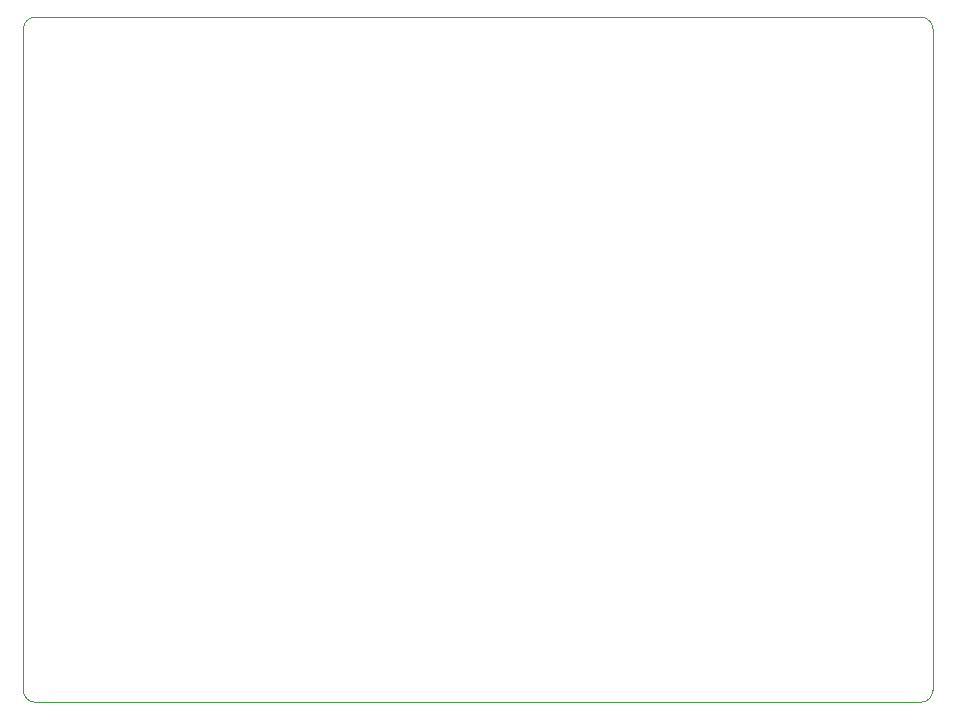
<source format=gbr>
%TF.GenerationSoftware,KiCad,Pcbnew,(5.99.0-9519-ga70106a3bd)*%
%TF.CreationDate,2021-04-17T12:18:36-04:00*%
%TF.ProjectId,Main-PCB,4d61696e-2d50-4434-922e-6b696361645f,rev?*%
%TF.SameCoordinates,Original*%
%TF.FileFunction,Profile,NP*%
%FSLAX46Y46*%
G04 Gerber Fmt 4.6, Leading zero omitted, Abs format (unit mm)*
G04 Created by KiCad (PCBNEW (5.99.0-9519-ga70106a3bd)) date 2021-04-17 12:18:36*
%MOMM*%
%LPD*%
G01*
G04 APERTURE LIST*
%TA.AperFunction,Profile*%
%ADD10C,0.100000*%
%TD*%
G04 APERTURE END LIST*
D10*
X1000000Y0D02*
X76000000Y0D01*
X1000000Y-58000000D02*
G75*
G02*
X0Y-57000000I0J1000000D01*
G01*
X0Y-1000000D02*
G75*
G02*
X1000000Y0I1000000J0D01*
G01*
X77000000Y-57000000D02*
G75*
G02*
X76000000Y-58000000I-1000000J0D01*
G01*
X77000000Y-1000000D02*
G75*
G03*
X76000000Y0I-1000000J0D01*
G01*
X77000000Y-1000000D02*
X77000000Y-57000000D01*
X0Y-1000000D02*
X0Y-57000000D01*
X1000000Y-58000000D02*
X76000000Y-58000000D01*
M02*

</source>
